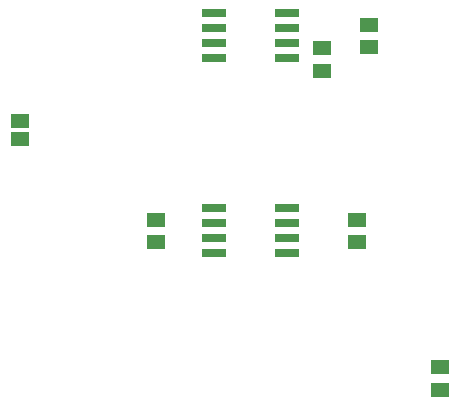
<source format=gtp>
G75*
%MOIN*%
%OFA0B0*%
%FSLAX25Y25*%
%IPPOS*%
%LPD*%
%AMOC8*
5,1,8,0,0,1.08239X$1,22.5*
%
%ADD10R,0.08000X0.02600*%
%ADD11R,0.06300X0.04600*%
%ADD12R,0.05906X0.05118*%
D10*
X0110024Y0066531D03*
X0110024Y0071531D03*
X0110024Y0076531D03*
X0110024Y0081531D03*
X0134224Y0081531D03*
X0134224Y0076531D03*
X0134224Y0071531D03*
X0134224Y0066531D03*
X0134224Y0131492D03*
X0134224Y0136492D03*
X0134224Y0141492D03*
X0134224Y0146492D03*
X0110024Y0146492D03*
X0110024Y0141492D03*
X0110024Y0136492D03*
X0110024Y0131492D03*
D11*
X0045353Y0110496D03*
X0045353Y0104496D03*
D12*
X0090628Y0070291D03*
X0090628Y0077772D03*
X0157557Y0077772D03*
X0157557Y0070291D03*
X0185116Y0028559D03*
X0185116Y0021079D03*
X0145746Y0127378D03*
X0145746Y0134858D03*
X0161494Y0135252D03*
X0161494Y0142732D03*
M02*

</source>
